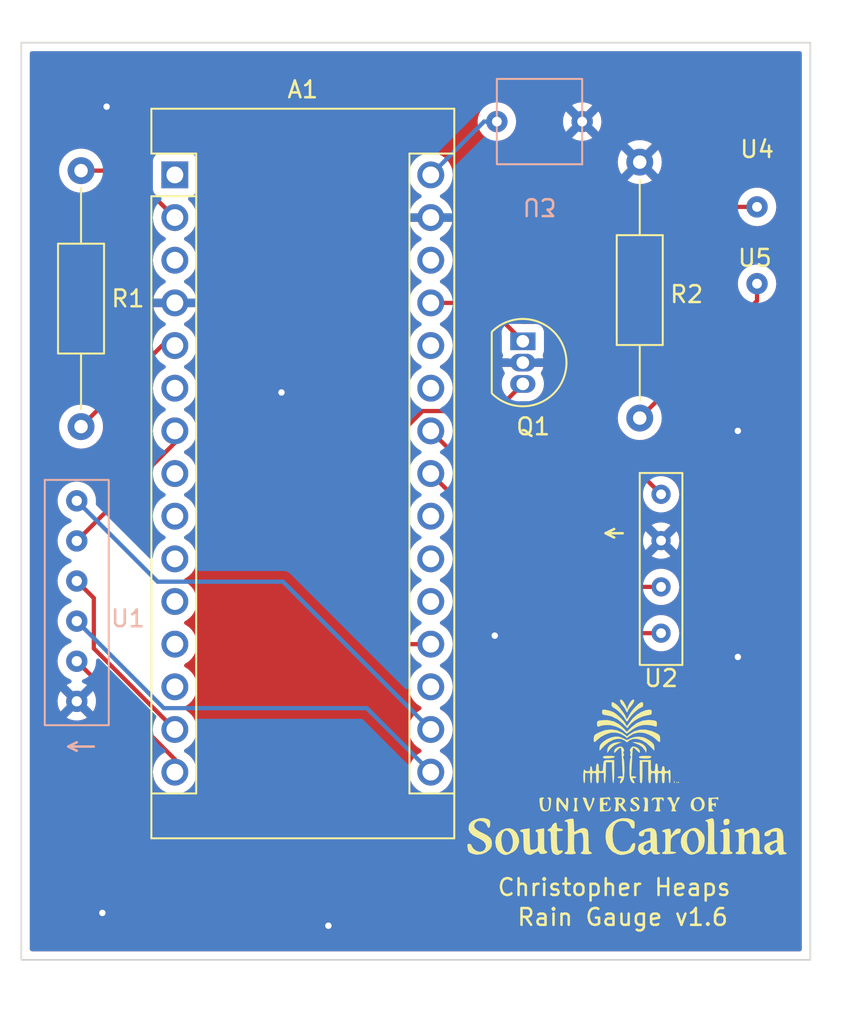
<source format=kicad_pcb>
(kicad_pcb (version 20211014) (generator pcbnew)
  (layers (0 "F.Cu" signal) (31 "B.Cu" signal) (34 "B.Paste" user) (35 "F.Paste" user) (36 "B.SilkS" user "B.Silkscreen") (37 "F.SilkS" user "F.Silkscreen") (38 "B.Mask" user) (39 "F.Mask" user) (44 "Edge.Cuts" user))
  (net 0 "")
  (net 2 "Net-(A1-Pad2)")
  (net 4 "GND")
  (net 5 "Net-(A1-Pad5)")
  (net 7 "Net-(A1-Pad7)")
  (net 14 "Net-(A1-Pad14)")
  (net 15 "Net-(A1-Pad15)")
  (net 16 "Net-(A1-Pad16)")
  (net 17 "+3V3")
  (net 19 "Net-(U5-Pad1)")
  (net 23 "Net-(A1-Pad23)")
  (net 24 "Net-(A1-Pad24)")
  (net 27 "+5V")
  (net 29 "+BATT")
  (net 30 "Net-(Q1-Pad3)")
  (footprint "Rain Gauge:BME280" (layer "F.Cu") (at 181.61 76.422 -90)
    (fp_text reference "U2" (at 12.224 0 unlocked) (layer "F.SilkS"))
    (fp_text value "BME280")
    (pad "1" thru_hole circle (at 1.27 0 270) (size 1.143 1.143) (drill 0.5842) (layers *.Cu *.Mask) (net 27 "+5V"))
    (pad "2" thru_hole circle (at 4.0259 0 270) (size 1.143 1.143) (drill 0.5842) (layers *.Cu *.Mask) (net 4 "GND"))
    (pad "3" thru_hole circle (at 6.7818 0 270) (size 1.143 1.143) (drill 0.5842) (layers *.Cu *.Mask) (net 24 "Net-(A1-Pad24)"))
    (pad "4" thru_hole circle (at 9.5377 0 270) (size 1.143 1.143) (drill 0.5842) (layers *.Cu *.Mask) (net 23 "Net-(A1-Pad23)"))
  )
  (footprint "Rain Gauge:3.3v SD Adapter" (layer "F.Cu") (at 146.812 74.93 -90)
    (fp_text reference "U1" (at 10.16 -3.048 unlocked) (layer "B.SilkS"))
    (fp_text value "SD_Adapter")
    (pad "1" thru_hole circle (at 3.1496 0 270) (size 1.27 1.27) (drill 0.6096) (layers *.Cu *.Mask) (net 17 "+3V3"))
    (pad "2" thru_hole circle (at 5.5372 0 270) (size 1.27 1.27) (drill 0.6096) (layers *.Cu *.Mask) (net 7 "Net-(A1-Pad7)"))
    (pad "3" thru_hole circle (at 7.9248 0 270) (size 1.27 1.27) (drill 0.6096) (layers *.Cu *.Mask) (net 14 "Net-(A1-Pad14)"))
    (pad "4" thru_hole circle (at 10.3124 0 270) (size 1.27 1.27) (drill 0.6096) (layers *.Cu *.Mask) (net 16 "Net-(A1-Pad16)"))
    (pad "5" thru_hole circle (at 12.7 0 270) (size 1.27 1.27) (drill 0.6096) (layers *.Cu *.Mask) (net 15 "Net-(A1-Pad15)"))
    (pad "6" thru_hole circle (at 15.0876 0 270) (size 1.27 1.27) (drill 0.6096) (layers *.Cu *.Mask) (net 4 "GND"))
  )
  (footprint "Rain Gauge:Lipo" (layer "F.Cu") (at 174.371 55.499 180)
    (fp_text reference "U3" (at 0 -5.08 180 unlocked) (layer "B.SilkS") (effects (justify mirror)))
    (fp_text value "Lipo")
    (pad "1" thru_hole circle (at -2.54 0 180) (size 1.27 1.27) (drill 0.5842) (layers *.Cu *.Mask) (net 4 "GND"))
    (pad "2" thru_hole circle (at 2.54 0 180) (size 1.27 1.27) (drill 0.5842) (layers *.Cu *.Mask) (net 29 "+BATT"))
  )
  (footprint "Rain Gauge:Electrode" (layer "F.Cu") (at 187.325 65.151)
    (fp_text reference "U5" (at -0.127 -1.524 unlocked) (layer "F.SilkS"))
    (fp_text value "Electrode")
    (pad "1" thru_hole circle (at 0 0) (size 1.27 1.27) (drill 0.5842) (layers *.Cu *.Mask) (net 19 "Net-(U5-Pad1)"))
  )
  (footprint "Resistor_THT:R_Axial_DIN0207_L6.3mm_D2.5mm_P15.24mm_Horizontal" (layer "F.Cu") (at 180.34 57.912 -90)
    (fp_text reference "R2" (at 7.874 -2.794 180) (layer "F.SilkS"))
    (fp_text value "3M")
    (pad "1" thru_hole circle (at 0 0 270) (size 1.6 1.6) (drill 0.8) (layers *.Cu *.Mask) (net 4 "GND"))
    (pad "2" thru_hole oval (at 15.24 0 270) (size 1.6 1.6) (drill 0.8) (layers *.Cu *.Mask) (net 19 "Net-(U5-Pad1)"))
  )
  (footprint "Package_TO_SOT_THT:TO-92_Inline" (layer "F.Cu") (at 173.376 68.58 -90)
    (fp_text reference "Q1" (at 5.08 -0.614 180) (layer "F.SilkS"))
    (fp_text value "PN2222A")
    (pad "1" thru_hole rect (at 0 0 270) (size 1.05 1.5) (drill 0.75) (layers *.Cu *.Mask) (net 27 "+5V"))
    (pad "2" thru_hole oval (at 1.27 0 270) (size 1.05 1.5) (drill 0.75) (layers *.Cu *.Mask) (net 4 "GND"))
    (pad "3" thru_hole oval (at 2.54 0 270) (size 1.05 1.5) (drill 0.75) (layers *.Cu *.Mask) (net 30 "Net-(Q1-Pad3)"))
  )
  (footprint "ARTS-Lab:uofsc_logo_0_75in" (layer "F.Cu") (at 179.578 94.488)
    (fp_text reference "G***" hide)
    (fp_text value "LOGO" hide)
  )
  (footprint "Rain Gauge:Electrode" (layer "F.Cu") (at 187.325 60.579)
    (fp_text reference "U4" (at 0 -3.429 unlocked) (layer "F.SilkS"))
    (fp_text value "Electrode")
    (pad "1" thru_hole circle (at 0 0) (size 1.27 1.27) (drill 0.5842) (layers *.Cu *.Mask) (net 27 "+5V"))
  )
  (footprint "Module:Arduino_Nano" (layer "F.Cu") (at 152.654 58.674)
    (fp_text reference "A1" (at 7.62 -5.08) (layer "F.SilkS"))
    (fp_text value "Arduino_Nano_Every")
    (pad "1" thru_hole rect (at 0 0) (size 1.6 1.6) (drill 1) (layers *.Cu *.Mask))
    (pad "2" thru_hole oval (at 0 2.54) (size 1.6 1.6) (drill 1) (layers *.Cu *.Mask) (net 2 "Net-(A1-Pad2)"))
    (pad "3" thru_hole oval (at 0 5.08) (size 1.6 1.6) (drill 1) (layers *.Cu *.Mask))
    (pad "4" thru_hole oval (at 0 7.62) (size 1.6 1.6) (drill 1) (layers *.Cu *.Mask) (net 4 "GND"))
    (pad "5" thru_hole oval (at 0 10.16) (size 1.6 1.6) (drill 1) (layers *.Cu *.Mask) (net 5 "Net-(A1-Pad5)"))
    (pad "6" thru_hole oval (at 0 12.7) (size 1.6 1.6) (drill 1) (layers *.Cu *.Mask))
    (pad "7" thru_hole oval (at 0 15.24) (size 1.6 1.6) (drill 1) (layers *.Cu *.Mask) (net 7 "Net-(A1-Pad7)"))
    (pad "8" thru_hole oval (at 0 17.78) (size 1.6 1.6) (drill 1) (layers *.Cu *.Mask))
    (pad "9" thru_hole oval (at 0 20.32) (size 1.6 1.6) (drill 1) (layers *.Cu *.Mask))
    (pad "10" thru_hole oval (at 0 22.86) (size 1.6 1.6) (drill 1) (layers *.Cu *.Mask))
    (pad "11" thru_hole oval (at 0 25.4) (size 1.6 1.6) (drill 1) (layers *.Cu *.Mask))
    (pad "12" thru_hole oval (at 0 27.94) (size 1.6 1.6) (drill 1) (layers *.Cu *.Mask))
    (pad "13" thru_hole oval (at 0 30.48) (size 1.6 1.6) (drill 1) (layers *.Cu *.Mask))
    (pad "14" thru_hole oval (at 0 33.02) (size 1.6 1.6) (drill 1) (layers *.Cu *.Mask) (net 14 "Net-(A1-Pad14)"))
    (pad "15" thru_hole oval (at 0 35.56) (size 1.6 1.6) (drill 1) (layers *.Cu *.Mask) (net 15 "Net-(A1-Pad15)"))
    (pad "16" thru_hole oval (at 15.24 35.56) (size 1.6 1.6) (drill 1) (layers *.Cu *.Mask) (net 16 "Net-(A1-Pad16)"))
    (pad "17" thru_hole oval (at 15.24 33.02) (size 1.6 1.6) (drill 1) (layers *.Cu *.Mask) (net 17 "+3V3"))
    (pad "18" thru_hole oval (at 15.24 30.48) (size 1.6 1.6) (drill 1) (layers *.Cu *.Mask))
    (pad "19" thru_hole oval (at 15.24 27.94) (size 1.6 1.6) (drill 1) (layers *.Cu *.Mask) (net 30 "Net-(Q1-Pad3)"))
    (pad "20" thru_hole oval (at 15.24 25.4) (size 1.6 1.6) (drill 1) (layers *.Cu *.Mask))
    (pad "21" thru_hole oval (at 15.24 22.86) (size 1.6 1.6) (drill 1) (layers *.Cu *.Mask))
    (pad "22" thru_hole oval (at 15.24 20.32) (size 1.6 1.6) (drill 1) (layers *.Cu *.Mask))
    (pad "23" thru_hole oval (at 15.24 17.78) (size 1.6 1.6) (drill 1) (layers *.Cu *.Mask) (net 23 "Net-(A1-Pad23)"))
    (pad "24" thru_hole oval (at 15.24 15.24) (size 1.6 1.6) (drill 1) (layers *.Cu *.Mask) (net 24 "Net-(A1-Pad24)"))
    (pad "25" thru_hole oval (at 15.24 12.7) (size 1.6 1.6) (drill 1) (layers *.Cu *.Mask))
    (pad "26" thru_hole oval (at 15.24 10.16) (size 1.6 1.6) (drill 1) (layers *.Cu *.Mask))
    (pad "27" thru_hole oval (at 15.24 7.62) (size 1.6 1.6) (drill 1) (layers *.Cu *.Mask) (net 27 "+5V"))
    (pad "28" thru_hole oval (at 15.24 5.08) (size 1.6 1.6) (drill 1) (layers *.Cu *.Mask))
    (pad "29" thru_hole oval (at 15.24 2.54) (size 1.6 1.6) (drill 1) (layers *.Cu *.Mask) (net 4 "GND"))
    (pad "30" thru_hole oval (at 15.24 0) (size 1.6 1.6) (drill 1) (layers *.Cu *.Mask) (net 29 "+BATT"))
  )
  (footprint "Resistor_THT:R_Axial_DIN0207_L6.3mm_D2.5mm_P15.24mm_Horizontal" (layer "F.Cu") (at 147.066 58.42 -90)
    (fp_text reference "R1" (at 7.62 -2.794 180) (layer "F.SilkS"))
    (fp_text value "220")
    (pad "1" thru_hole circle (at 0 0 270) (size 1.6 1.6) (drill 0.8) (layers *.Cu *.Mask) (net 2 "Net-(A1-Pad2)"))
    (pad "2" thru_hole oval (at 15.24 0 270) (size 1.6 1.6) (drill 0.8) (layers *.Cu *.Mask) (net 5 "Net-(A1-Pad5)"))
  )
  (gr_line (start 146.304 92.71) (end 146.812 92.964) (layer "B.SilkS") (width 0.15))
  (gr_line (start 147.828 92.71) (end 146.304 92.71) (layer "B.SilkS") (width 0.15))
  (gr_line (start 146.304 92.71) (end 146.812 92.456) (layer "B.SilkS") (width 0.15))
  (gr_line (start 179.324 80.01) (end 178.308 80.01) (layer "F.SilkS") (width 0.15))
  (gr_line (start 178.308 80.01) (end 178.816 79.756) (layer "F.SilkS") (width 0.15))
  (gr_line (start 178.308 80.01) (end 178.816 80.264) (layer "F.SilkS") (width 0.15))
  (gr_rect (start 143.51 50.8) (end 190.5 105.41) (layer "Edge.Cuts") (width 0.1) (fill none))
  (gr_text "Rain Gauge v1.6" (at 179.324 102.87) (layer "F.SilkS") (effects (font (size 1 1))))
  (gr_text "Christopher Heaps\n" (at 178.816 101.092) (layer "F.SilkS") (effects (font (size 1 1))))
  (segment (start 147.066 58.42) (end 149.86 58.42) (width 0.254) (layer "F.Cu") (net 2))
  (segment (start 149.86 58.42) (end 152.654 61.214) (width 0.254) (layer "F.Cu") (net 2))
  (via (at 186.182 87.376) (size 0.762) (drill 0.381) (layers "F.Cu" "B.Cu") (net 4))
  (via (at 171.704 86.106) (size 0.762) (drill 0.381) (layers "F.Cu" "B.Cu") (net 4))
  (via (at 159.004 71.628) (size 0.762) (drill 0.381) (layers "F.Cu" "B.Cu") (net 4))
  (via (at 186.182 73.914) (size 0.762) (drill 0.381) (layers "F.Cu" "B.Cu") (net 4))
  (via (at 148.59 54.61) (size 0.762) (drill 0.381) (layers "F.Cu" "B.Cu") (net 4))
  (via (at 148.336 102.616) (size 0.762) (drill 0.381) (layers "F.Cu" "B.Cu") (net 4))
  (via (at 161.798 103.378) (size 0.762) (drill 0.381) (layers "F.Cu" "B.Cu") (net 4))
  (segment (start 151.892 68.834) (end 152.654 68.834) (width 0.254) (layer "F.Cu") (net 5))
  (segment (start 147.066 73.66) (end 151.892 68.834) (width 0.254) (layer "F.Cu") (net 5))
  (segment (start 146.812 80.4672) (end 152.654 74.6252) (width 0.254) (layer "F.Cu") (net 7))
  (segment (start 152.654 74.6252) (end 152.654 73.914) (width 0.254) (layer "F.Cu") (net 7))
  (segment (start 147.827511 83.870311) (end 147.827511 86.867511) (width 0.254) (layer "F.Cu") (net 14))
  (segment (start 146.812 82.8548) (end 147.827511 83.870311) (width 0.254) (layer "F.Cu") (net 14))
  (segment (start 147.827511 86.867511) (end 152.654 91.694) (width 0.254) (layer "F.Cu") (net 14))
  (segment (start 146.812 87.63) (end 152.654 93.472) (width 0.254) (layer "F.Cu") (net 15))
  (segment (start 152.654 93.472) (end 152.654 94.234) (width 0.254) (layer "F.Cu") (net 15))
  (segment (start 146.812 85.2424) (end 151.9936 90.424) (width 0.254) (layer "B.Cu") (net 16))
  (segment (start 151.9936 90.424) (end 164.084 90.424) (width 0.254) (layer "B.Cu") (net 16))
  (segment (start 164.084 90.424) (end 167.894 94.234) (width 0.254) (layer "B.Cu") (net 16))
  (segment (start 146.812 78.0796) (end 147.078111 77.813489) (width 0.254) (layer "F.Cu") (net 17))
  (segment (start 159.093489 82.893489) (end 167.894 91.694) (width 0.254) (layer "B.Cu") (net 17))
  (segment (start 151.625889 82.893489) (end 159.093489 82.893489) (width 0.254) (layer "B.Cu") (net 17))
  (segment (start 146.812 78.0796) (end 151.625889 82.893489) (width 0.254) (layer "B.Cu") (net 17))
  (segment (start 187.325 66.167) (end 187.325 65.151) (width 0.254) (layer "F.Cu") (net 19))
  (segment (start 180.34 73.152) (end 187.325 66.167) (width 0.254) (layer "F.Cu") (net 19))
  (segment (start 167.894 76.454) (end 177.3997 85.9597) (width 0.254) (layer "F.Cu") (net 23))
  (segment (start 177.3997 85.9597) (end 181.61 85.9597) (width 0.254) (layer "F.Cu") (net 23))
  (segment (start 167.894 73.914) (end 177.1838 83.2038) (width 0.254) (layer "F.Cu") (net 24))
  (segment (start 177.1838 83.2038) (end 181.61 83.2038) (width 0.254) (layer "F.Cu") (net 24))
  (segment (start 173.228 63.754) (end 176.403 60.579) (width 0.254) (layer "F.Cu") (net 27))
  (segment (start 176.403 60.579) (end 187.325 60.579) (width 0.254) (layer "F.Cu") (net 27))
  (segment (start 171.09 66.294) (end 173.376 68.58) (width 0.254) (layer "F.Cu") (net 27))
  (segment (start 170.688 66.294) (end 171.09 66.294) (width 0.254) (layer "F.Cu") (net 27))
  (segment (start 177.038 73.12) (end 177.038 64.77) (width 0.254) (layer "F.Cu") (net 27))
  (segment (start 181.61 77.692) (end 177.038 73.12) (width 0.254) (layer "F.Cu") (net 27))
  (segment (start 167.894 66.294) (end 170.688 66.294) (width 0.254) (layer "F.Cu") (net 27))
  (segment (start 177.038 64.77) (end 176.022 63.754) (width 0.254) (layer "F.Cu") (net 27))
  (segment (start 170.688 66.294) (end 173.228 63.754) (width 0.254) (layer "F.Cu") (net 27))
  (segment (start 176.022 63.754) (end 173.228 63.754) (width 0.254) (layer "F.Cu") (net 27))
  (segment (start 171.069 55.499) (end 171.831 55.499) (width 0.254) (layer "B.Cu") (net 29))
  (segment (start 167.894 58.674) (end 171.069 55.499) (width 0.254) (layer "B.Cu") (net 29))
  (segment (start 173.376 71.12) (end 171.762511 72.733489) (width 0.254) (layer "F.Cu") (net 30))
  (segment (start 164.084 76.054504) (end 164.084 85.344) (width 0.254) (layer "F.Cu") (net 30))
  (segment (start 164.084 85.344) (end 165.354 86.614) (width 0.254) (layer "F.Cu") (net 30))
  (segment (start 165.354 86.614) (end 167.894 86.614) (width 0.254) (layer "F.Cu") (net 30))
  (segment (start 167.405015 72.733489) (end 164.084 76.054504) (width 0.254) (layer "F.Cu") (net 30))
  (segment (start 171.762511 72.733489) (end 167.405015 72.733489) (width 0.254) (layer "F.Cu") (net 30))
  (zone (net 4) (net_name "GND") (layers F&B.Cu) (connect_pads (clearance 0.508)) (min_thickness 0.254) (fill yes (thermal_gap 0.508) (thermal_bridge_width 0.508))
    (polygon (pts (xy 193.04 109.22) (xy 142.24 109.22) (xy 142.24 48.26) (xy 193.04 48.26)))
  )
)
</source>
